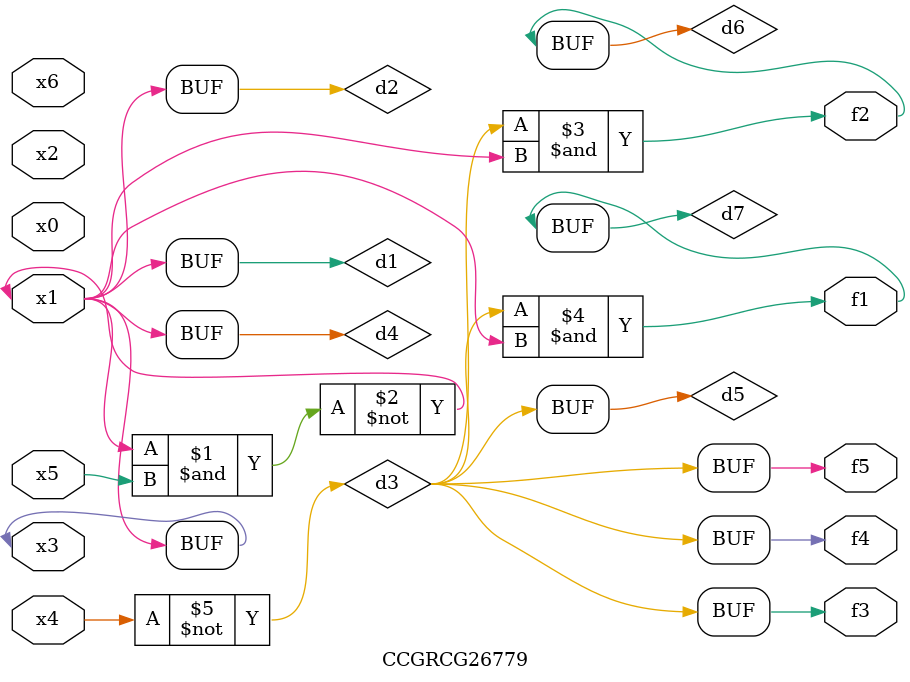
<source format=v>
module CCGRCG26779(
	input x0, x1, x2, x3, x4, x5, x6,
	output f1, f2, f3, f4, f5
);

	wire d1, d2, d3, d4, d5, d6, d7;

	buf (d1, x1, x3);
	nand (d2, x1, x5);
	not (d3, x4);
	buf (d4, d1, d2);
	buf (d5, d3);
	and (d6, d3, d4);
	and (d7, d3, d4);
	assign f1 = d7;
	assign f2 = d6;
	assign f3 = d5;
	assign f4 = d5;
	assign f5 = d5;
endmodule

</source>
